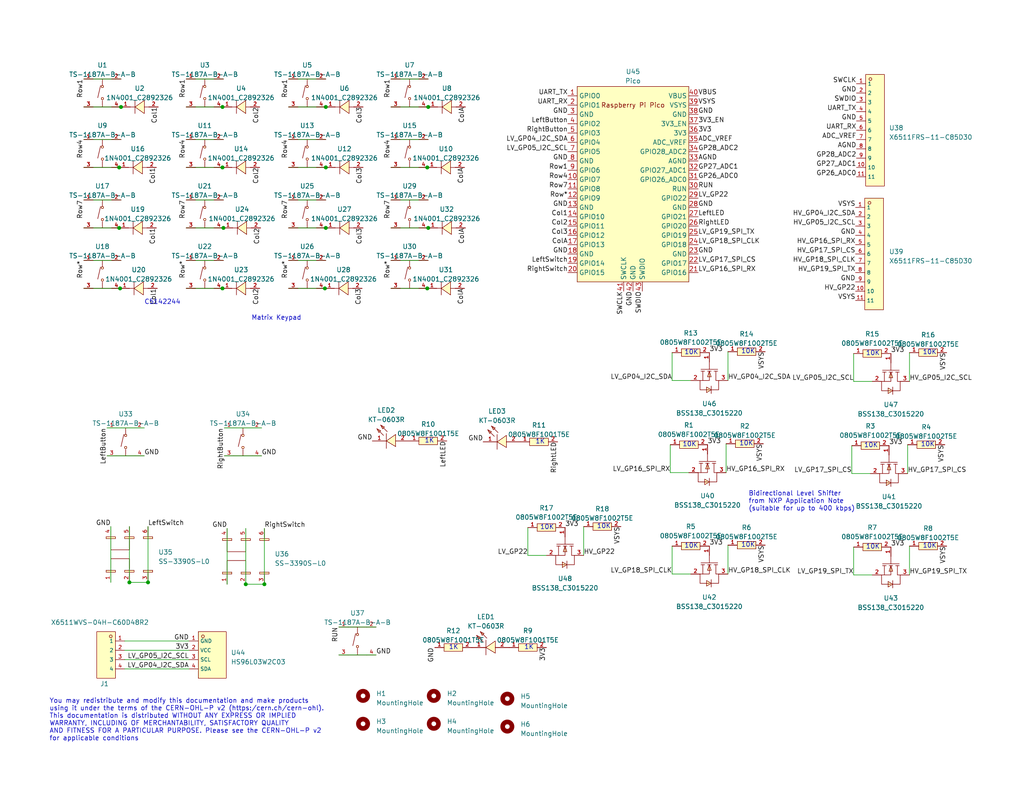
<source format=kicad_sch>
(kicad_sch (version 20230121) (generator eeschema)
  (paper "USLetter")
  (title_block (title "Cow Pi") (date "2023-09-29") (rev "mk4b") (comment 1 "This source describes Open Hardware and is licensed under the CERN-OHLP v2.") (comment 2 "Copyright (c) 2023 Christopher A. Bohn") (comment 3 "Display Module: I2C-controlled pre-packaged SSD13xx 128x64 OLED graphic display") (comment 4 "Microcontroller: Raspberry Pi Pico -- ADC/SWD/UART at 3.3V; other pins boosted to 5V"))
  (lib_symbols
    (symbol "0805W8F1001T5E:0805W8F1001T5E" (pin_names hide)
      (property "Reference" "R" (at 0 1.27 0))
      (property "Value" "0805W8F1001T5E" (at 0 -2.54 0))
      (symbol "0805W8F1001T5E_0_1"
        (pin input line (at -5.08 0 0) (length 2.54) (name "1") (number "1"))
        (pin input line (at 5.08 0 180) (length 2.54) (name "2") (number "2"))
      )
    )
    (symbol "0805W8F1002T5E:0805W8F1002T5E" (pin_names hide)
      (property "Reference" "R" (at 0 1.27 0))
      (property "Value" "0805W8F1002T5E" (at 0 -2.54 0))
      (symbol "0805W8F1002T5E_0_1"
        (pin input line (at -5.08 0 0) (length 2.54) (name "1") (number "1"))
        (pin input line (at 5.08 0 180) (length 2.54) (name "2") (number "2"))
      )
    )
    (symbol "1N4001_C2892326:1N4001_C2892326" (pin_names hide)
      (property "Reference" "U" (at 0 1.27 0))
      (property "Value" "1N4001_C2892326" (at 0 -2.54 0))
      (symbol "1N4001_C2892326_0_1"
        (pin unspecified line (at -5.08 0 0) (length 2.54) (name "K") (number "1"))
        (pin unspecified line (at 5.08 0 180) (length 2.54) (name "A") (number "2"))
      )
    )
    (symbol "BSS138_C3015220:BSS138_C3015220" (pin_names hide)
      (property "Reference" "U" (at 0 1.27 0))
      (property "Value" "BSS138_C3015220" (at 0 -2.54 0))
      (symbol "BSS138_C3015220_0_1"
        (pin unspecified line (at -7.62 0 0) (length 2.54) (name "G") (number "1"))
        (pin unspecified line (at 0 -5.08 90) (length 2.54) (name "S") (number "2"))
        (pin unspecified line (at 0 5.08 270) (length 2.54) (name "D") (number "3"))
      )
    )
    (symbol "HS96L03W2C03:HS96L03W2C03"
      (property "Reference" "U" (at 0 1.27 0))
      (property "Value" "HS96L03W2C03" (at 0 -2.54 0))
      (symbol "HS96L03W2C03_0_1"
        (pin unspecified line (at -6.35 3.81 0) (length 2.54) (name "GND") (number "1"))
        (pin unspecified line (at -6.35 1.27 0) (length 2.54) (name "VCC") (number "2"))
        (pin unspecified line (at -6.35 -1.27 0) (length 2.54) (name "SCL") (number "3"))
        (pin unspecified line (at -6.35 -3.81 0) (length 2.54) (name "SDA") (number "4"))
      )
    )
    (symbol "KT-0603R:KT-0603R" (pin_names hide)
      (property "Reference" "LED" (at 0 1.27 0))
      (property "Value" "KT-0603R" (at 0 -2.54 0))
      (symbol "KT-0603R_0_1"
        (pin unspecified line (at -5.08 0 0) (length 3.81) (name "K") (number "1"))
        (pin unspecified line (at 5.08 0 180) (length 3.81) (name "A") (number "2"))
      )
    )
    (symbol "MCU_RaspberryPi_and_Boards:Pico"
      (property "Reference" "U" (at -13.97 27.94 0))
      (property "Value" "Pico" (at 0 19.05 0))
      (symbol "Pico_0_0"
        (text "Raspberry Pi Pico" (at 0 21.59 0) (effects (font (size 1.27 1.27))))
      )
      (symbol "Pico_1_1"
        (pin bidirectional line (at -17.78 24.13 0) (length 2.54) (name "GPIO0") (number "1"))
        (pin bidirectional line (at -17.78 1.27 0) (length 2.54) (name "GPIO7") (number "10"))
        (pin bidirectional line (at -17.78 -1.27 0) (length 2.54) (name "GPIO8") (number "11"))
        (pin bidirectional line (at -17.78 -3.81 0) (length 2.54) (name "GPIO9") (number "12"))
        (pin power_in line (at -17.78 -6.35 0) (length 2.54) (name "GND") (number "13"))
        (pin bidirectional line (at -17.78 -8.89 0) (length 2.54) (name "GPIO10") (number "14"))
        (pin bidirectional line (at -17.78 -11.43 0) (length 2.54) (name "GPIO11") (number "15"))
        (pin bidirectional line (at -17.78 -13.97 0) (length 2.54) (name "GPIO12") (number "16"))
        (pin bidirectional line (at -17.78 -16.51 0) (length 2.54) (name "GPIO13") (number "17"))
        (pin power_in line (at -17.78 -19.05 0) (length 2.54) (name "GND") (number "18"))
        (pin bidirectional line (at -17.78 -21.59 0) (length 2.54) (name "GPIO14") (number "19"))
        (pin bidirectional line (at -17.78 21.59 0) (length 2.54) (name "GPIO1") (number "2"))
        (pin bidirectional line (at -17.78 -24.13 0) (length 2.54) (name "GPIO15") (number "20"))
        (pin bidirectional line (at 17.78 -24.13 180) (length 2.54) (name "GPIO16") (number "21"))
        (pin bidirectional line (at 17.78 -21.59 180) (length 2.54) (name "GPIO17") (number "22"))
        (pin power_in line (at 17.78 -19.05 180) (length 2.54) (name "GND") (number "23"))
        (pin bidirectional line (at 17.78 -16.51 180) (length 2.54) (name "GPIO18") (number "24"))
        (pin bidirectional line (at 17.78 -13.97 180) (length 2.54) (name "GPIO19") (number "25"))
        (pin bidirectional line (at 17.78 -11.43 180) (length 2.54) (name "GPIO20") (number "26"))
        (pin bidirectional line (at 17.78 -8.89 180) (length 2.54) (name "GPIO21") (number "27"))
        (pin power_in line (at 17.78 -6.35 180) (length 2.54) (name "GND") (number "28"))
        (pin bidirectional line (at 17.78 -3.81 180) (length 2.54) (name "GPIO22") (number "29"))
        (pin power_in line (at -17.78 19.05 0) (length 2.54) (name "GND") (number "3"))
        (pin input line (at 17.78 -1.27 180) (length 2.54) (name "RUN") (number "30"))
        (pin bidirectional line (at 17.78 1.27 180) (length 2.54) (name "GPIO26_ADC0") (number "31"))
        (pin bidirectional line (at 17.78 3.81 180) (length 2.54) (name "GPIO27_ADC1") (number "32"))
        (pin power_in line (at 17.78 6.35 180) (length 2.54) (name "AGND") (number "33"))
        (pin bidirectional line (at 17.78 8.89 180) (length 2.54) (name "GPIO28_ADC2") (number "34"))
        (pin power_in line (at 17.78 11.43 180) (length 2.54) (name "ADC_VREF") (number "35"))
        (pin power_in line (at 17.78 13.97 180) (length 2.54) (name "3V3") (number "36"))
        (pin input line (at 17.78 16.51 180) (length 2.54) (name "3V3_EN") (number "37"))
        (pin bidirectional line (at 17.78 19.05 180) (length 2.54) (name "GND") (number "38"))
        (pin power_in line (at 17.78 21.59 180) (length 2.54) (name "VSYS") (number "39"))
        (pin bidirectional line (at -17.78 16.51 0) (length 2.54) (name "GPIO2") (number "4"))
        (pin power_in line (at 17.78 24.13 180) (length 2.54) (name "VBUS") (number "40"))
        (pin input line (at -2.54 -29.21 90) (length 2.54) (name "SWCLK") (number "41"))
        (pin power_in line (at 0 -29.21 90) (length 2.54) (name "GND") (number "42"))
        (pin bidirectional line (at 2.54 -29.21 90) (length 2.54) (name "SWDIO") (number "43"))
        (pin bidirectional line (at -17.78 13.97 0) (length 2.54) (name "GPIO3") (number "5"))
        (pin bidirectional line (at -17.78 11.43 0) (length 2.54) (name "GPIO4") (number "6"))
        (pin bidirectional line (at -17.78 8.89 0) (length 2.54) (name "GPIO5") (number "7"))
        (pin power_in line (at -17.78 6.35 0) (length 2.54) (name "GND") (number "8"))
        (pin bidirectional line (at -17.78 3.81 0) (length 2.54) (name "GPIO6") (number "9"))
      )
    )
    (symbol "Mechanical:MountingHole" (pin_names (offset 1.016))
      (property "Reference" "H" (at 0 5.08 0))
      (property "Value" "MountingHole" (at 0 3.175 0))
    )
    (symbol "SS-3390S-L0:SS-3390S-L0" (pin_names hide)
      (property "Reference" "U" (at 0 1.27 0))
      (property "Value" "SS-3390S-L0" (at 0 -2.54 0))
      (symbol "SS-3390S-L0_0_1"
        (pin unspecified line (at -5.08 -7.62 90) (length 2.54) (name "1") (number "1"))
        (pin unspecified line (at 0 -7.62 90) (length 2.54) (name "2") (number "2"))
        (pin unspecified line (at 5.08 -7.62 90) (length 2.54) (name "3") (number "3"))
        (pin unspecified line (at -5.08 7.62 270) (length 2.54) (name "4") (number "4"))
        (pin unspecified line (at 0 7.62 270) (length 2.54) (name "5") (number "5"))
        (pin unspecified line (at 5.08 7.62 270) (length 2.54) (name "6") (number "6"))
      )
    )
    (symbol "TS-1187A-B-A-B:TS-1187A-B-A-B" (pin_names hide)
      (property "Reference" "U" (at 0 1.27 0))
      (property "Value" "TS-1187A-B-A-B" (at 0 -2.54 0))
      (symbol "TS-1187A-B-A-B_0_1"
        (pin unspecified line (at -5.08 2.54 0) (length 2.54) (name "A") (number "1"))
        (pin unspecified line (at 5.08 2.54 180) (length 2.54) (name "B") (number "2"))
        (pin unspecified line (at -5.08 -5.08 0) (length 2.54) (name "C") (number "3"))
        (pin unspecified line (at 5.08 -5.08 180) (length 2.54) (name "D") (number "4"))
      )
    )
    (symbol "X6511FRS-11-C85D30:X6511FRS-11-C85D30"
      (property "Reference" "U" (at 0 1.27 0))
      (property "Value" "X6511FRS-11-C85D30" (at 0 -2.54 0))
      (symbol "X6511FRS-11-C85D30_0_1"
        (pin unspecified line (at -5.08 12.7 0) (length 2.54) (name "1") (number "1"))
        (pin unspecified line (at -5.08 -10.16 0) (length 2.54) (name "10") (number "10"))
        (pin unspecified line (at -5.08 -12.7 0) (length 2.54) (name "11") (number "11"))
        (pin unspecified line (at -5.08 10.16 0) (length 2.54) (name "2") (number "2"))
        (pin unspecified line (at -5.08 7.62 0) (length 2.54) (name "3") (number "3"))
        (pin unspecified line (at -5.08 5.08 0) (length 2.54) (name "4") (number "4"))
        (pin unspecified line (at -5.08 2.54 0) (length 2.54) (name "5") (number "5"))
        (pin unspecified line (at -5.08 0 0) (length 2.54) (name "6") (number "6"))
        (pin unspecified line (at -5.08 -2.54 0) (length 2.54) (name "7") (number "7"))
        (pin unspecified line (at -5.08 -5.08 0) (length 2.54) (name "8") (number "8"))
        (pin unspecified line (at -5.08 -7.62 0) (length 2.54) (name "9") (number "9"))
      )
    )
    (symbol "X6511WVS-04H-C60D48R2:X6511WVS-04H-C60D48R2"
      (property "Reference" "U" (at 0 1.27 0))
      (property "Value" "X6511WVS-04H-C60D48R2" (at 0 -2.54 0))
      (symbol "X6511WVS-04H-C60D48R2_0_1"
        (pin unspecified line (at -5.08 3.81 0) (length 2.54) (name "1") (number "1"))
        (pin unspecified line (at -5.08 1.27 0) (length 2.54) (name "2") (number "2"))
        (pin unspecified line (at -5.08 -1.27 0) (length 2.54) (name "3") (number "3"))
        (pin unspecified line (at -5.08 -3.81 0) (length 2.54) (name "4") (number "4"))
      )
    )
  )
  (junction (at 33.02 29.21))
  (junction (at 116.586 45.72))
  (junction (at 60.706 45.72))
  (junction (at 116.586 78.74))
  (junction (at 60.706 78.74))
  (junction (at 32.512 45.72))
  (junction (at 35.306 159.004))
  (junction (at 88.9 62.23))
  (junction (at 67.056 159.512))
  (junction (at 32.512 62.23))
  (junction (at 72.136 159.512))
  (junction (at 60.96 62.23))
  (junction (at 116.84 29.21))
  (junction (at 60.706 29.21))
  (junction (at 32.766 78.74))
  (junction (at 88.9 29.21))
  (junction (at 116.84 62.23))
  (junction (at 88.9 45.72))
  (junction (at 40.386 159.004))
  (junction (at 88.646 78.74))
  (wire (pts (xy 144.018 144.018) (xy 144.018 151.638)))
  (wire (pts (xy 88.646 78.74) (xy 88.9 78.74)))
  (wire (pts (xy 187.96 129.032) (xy 182.88 129.032)))
  (wire (pts (xy 237.998 156.972) (xy 232.918 156.972)))
  (wire (pts (xy 106.68 62.23) (xy 116.84 62.23)))
  (wire (pts (xy 29.21 116.84) (xy 39.37 116.84)))
  (wire (pts (xy 35.306 143.764) (xy 35.306 159.004)))
  (wire (pts (xy 50.8 62.23) (xy 60.96 62.23)))
  (wire (pts (xy 67.056 159.512) (xy 72.136 159.512)))
  (wire (pts (xy 92.456 178.816) (xy 102.616 178.816)))
  (wire (pts (xy 22.86 21.59) (xy 33.02 21.59)))
  (wire (pts (xy 237.49 129.286) (xy 232.41 129.286)))
  (wire (pts (xy 61.976 144.272) (xy 61.976 159.512)))
  (wire (pts (xy 35.306 159.004) (xy 40.386 159.004)))
  (wire (pts (xy 106.68 45.72) (xy 116.586 45.72)))
  (wire (pts (xy 29.21 124.46) (xy 39.37 124.46)))
  (wire (pts (xy 232.41 121.666) (xy 232.41 129.286)))
  (wire (pts (xy 30.226 143.764) (xy 30.226 159.004)))
  (wire (pts (xy 106.68 29.21) (xy 116.84 29.21)))
  (wire (pts (xy 106.68 71.12) (xy 116.84 71.12)))
  (wire (pts (xy 188.468 103.886) (xy 183.388 103.886)))
  (wire (pts (xy 232.918 149.352) (xy 232.918 156.972)))
  (wire (pts (xy 78.74 29.21) (xy 88.9 29.21)))
  (wire (pts (xy 92.456 171.196) (xy 102.616 171.196)))
  (wire (pts (xy 67.056 144.272) (xy 67.056 159.512)))
  (wire (pts (xy 34.036 175.006) (xy 51.562 175.006)))
  (wire (pts (xy 183.388 96.266) (xy 183.388 103.886)))
  (wire (pts (xy 32.512 62.23) (xy 33.02 62.23)))
  (wire (pts (xy 183.388 149.098) (xy 183.388 156.718)))
  (wire (pts (xy 22.86 29.21) (xy 33.02 29.21)))
  (wire (pts (xy 116.586 45.72) (xy 116.84 45.72)))
  (wire (pts (xy 60.706 45.72) (xy 60.96 45.72)))
  (wire (pts (xy 78.74 71.12) (xy 88.9 71.12)))
  (wire (pts (xy 188.468 156.718) (xy 183.388 156.718)))
  (wire (pts (xy 106.68 38.1) (xy 116.84 38.1)))
  (wire (pts (xy 22.86 54.61) (xy 33.02 54.61)))
  (wire (pts (xy 198.628 148.844) (xy 198.628 156.718)))
  (wire (pts (xy 78.74 38.1) (xy 88.9 38.1)))
  (wire (pts (xy 34.036 180.086) (xy 51.562 180.086)))
  (wire (pts (xy 22.86 62.23) (xy 32.512 62.23)))
  (wire (pts (xy 50.8 78.74) (xy 60.706 78.74)))
  (wire (pts (xy 50.8 21.59) (xy 60.96 21.59)))
  (wire (pts (xy 61.214 116.84) (xy 71.374 116.84)))
  (wire (pts (xy 40.386 143.764) (xy 40.386 159.004)))
  (wire (pts (xy 78.74 45.72) (xy 88.9 45.72)))
  (wire (pts (xy 106.68 21.59) (xy 116.84 21.59)))
  (wire (pts (xy 106.68 54.61) (xy 116.84 54.61)))
  (wire (pts (xy 247.65 121.412) (xy 247.65 129.286)))
  (wire (pts (xy 22.86 71.12) (xy 33.02 71.12)))
  (wire (pts (xy 248.158 96.266) (xy 248.158 104.14)))
  (wire (pts (xy 149.098 151.638) (xy 144.018 151.638)))
  (wire (pts (xy 116.586 78.74) (xy 116.84 78.74)))
  (wire (pts (xy 60.706 78.74) (xy 60.96 78.74)))
  (wire (pts (xy 32.512 45.72) (xy 33.02 45.72)))
  (wire (pts (xy 78.74 62.23) (xy 88.9 62.23)))
  (wire (pts (xy 182.88 121.412) (xy 182.88 129.032)))
  (wire (pts (xy 50.8 45.72) (xy 60.706 45.72)))
  (wire (pts (xy 198.628 96.012) (xy 198.628 103.886)))
  (wire (pts (xy 22.86 38.1) (xy 33.02 38.1)))
  (wire (pts (xy 50.8 71.12) (xy 60.96 71.12)))
  (wire (pts (xy 22.86 78.74) (xy 32.766 78.74)))
  (wire (pts (xy 22.86 45.72) (xy 32.512 45.72)))
  (wire (pts (xy 159.258 143.764) (xy 159.258 151.638)))
  (wire (pts (xy 78.74 54.61) (xy 88.9 54.61)))
  (wire (pts (xy 34.036 177.546) (xy 51.562 177.546)))
  (wire (pts (xy 34.036 182.626) (xy 51.562 182.626)))
  (wire (pts (xy 61.214 124.46) (xy 71.374 124.46)))
  (wire (pts (xy 50.8 29.21) (xy 60.706 29.21)))
  (wire (pts (xy 198.12 121.158) (xy 198.12 129.032)))
  (wire (pts (xy 60.706 29.21) (xy 60.96 29.21)))
  (wire (pts (xy 106.68 78.74) (xy 116.586 78.74)))
  (wire (pts (xy 248.158 149.098) (xy 248.158 156.972)))
  (wire (pts (xy 78.74 21.59) (xy 88.9 21.59)))
  (wire (pts (xy 50.8 38.1) (xy 60.96 38.1)))
  (wire (pts (xy 50.8 54.61) (xy 60.96 54.61)))
  (wire (pts (xy 78.74 78.74) (xy 88.646 78.74)))
  (wire (pts (xy 232.918 96.52) (xy 232.918 104.14)))
  (wire (pts (xy 72.136 144.272) (xy 72.136 159.512)))
  (wire (pts (xy 237.998 104.14) (xy 232.918 104.14)))
  (wire (pts (xy 32.766 78.74) (xy 33.02 78.74)))
  (text "10K" (at 186.69 149.86 0) (effects (font (size 1.27 1.27)) (justify left bottom)))
  (text "10K" (at 162.814 144.526 0) (effects (font (size 1.27 1.27)) (justify left bottom)))
  (text "10K" (at 202.184 149.606 0) (effects (font (size 1.27 1.27)) (justify left bottom)))
  (text "10K" (at 147.32 144.78 0) (effects (font (size 1.27 1.27)) (justify left bottom)))
  (text "You may redistribute and modify this documentation and make products\nusing it under the terms of the CERN-OHL-P v2 (https:/cern.ch/cern-ohl).\nThis documentation is distributed WITHOUT ANY EXPRESS OR IMPLIED\nWARRANTY, INCLUDING OF MERCHANTABILITY, SATISFACTORY QUALITY\nAND FITNESS FOR A PARTICULAR PURPOSE. Please see the CERN-OHL-P v2\nfor applicable conditions" (at 13.462 202.438 0) (effects (font (size 1.27 1.27)) (justify left bottom)))
  (text "10K" (at 236.22 97.282 0) (effects (font (size 1.27 1.27)) (justify left bottom)))
  (text "10K" (at 186.69 97.028 0) (effects (font (size 1.27 1.27)) (justify left bottom)))
  (text "10K" (at 202.184 96.774 0) (effects (font (size 1.27 1.27)) (justify left bottom)))
  (text "C5142244" (at 39.37 83.312 0) (effects (font (size 1.27 1.27)) (justify left bottom)))
  (text "10K" (at 251.206 122.174 0) (effects (font (size 1.27 1.27)) (justify left bottom)))
  (text "10K" (at 186.182 122.174 0) (effects (font (size 1.27 1.27)) (justify left bottom)))
  (text "10K" (at 201.676 121.92 0) (effects (font (size 1.27 1.27)) (justify left bottom)))
  (text "1K" (at 143.002 177.546 0) (effects (font (size 1.27 1.27)) (justify left bottom)))
  (text "10K" (at 236.22 150.114 0) (effects (font (size 1.27 1.27)) (justify left bottom)))
  (text "10K" (at 251.714 149.86 0) (effects (font (size 1.27 1.27)) (justify left bottom)))
  (text "1K" (at 115.824 121.158 0) (effects (font (size 1.27 1.27)) (justify left bottom)))
  (text "1K" (at 122.428 177.546 0) (effects (font (size 1.27 1.27)) (justify left bottom)))
  (text "10K" (at 251.714 97.028 0) (effects (font (size 1.27 1.27)) (justify left bottom)))
  (text "Bidirectional Level Shifter\nfrom NXP Application Note\n(suitable for up to 400 kbps)" (at 204.216 139.7 0) (effects (font (size 1.27 1.27)) (justify left bottom)))
  (text "Matrix Keypad" (at 68.58 87.63 0) (effects (font (size 1.27 1.27)) (justify left bottom)))
  (text "1K" (at 146.05 121.412 0) (effects (font (size 1.27 1.27)) (justify left bottom)))
  (text "10K" (at 235.712 122.428 0) (effects (font (size 1.27 1.27)) (justify left bottom)))
  (label "GP26_ADC0" (at 233.68 48.26 180))
  (label "Row1" (at 22.86 21.59 270))
  (label "LeftLED" (at 121.92 120.396 270))
  (label "Row1" (at 154.94 46.482 180))
  (label "Row1" (at 78.74 21.59 270))
  (label "RUN" (at 190.5 51.562 0))
  (label "GND" (at 101.6 120.396 180))
  (label "GND" (at 190.5 69.342 0))
  (label "RightSwitch" (at 154.94 74.422 180))
  (label "HV_GP22" (at 233.426 79.502 180))
  (label "LeftLED" (at 190.5 59.182 0))
  (label "3V3_EN" (at 190.5 33.782 0))
  (label "RightLED" (at 190.5 61.722 0))
  (label "Row1" (at 50.8 21.59 270))
  (label "Row7" (at 22.86 54.61 270))
  (label "HV_GP18_SPI_CLK" (at 233.426 71.882 180))
  (label "GND" (at 172.72 79.502 270))
  (label "UART_RX" (at 154.94 28.702 180))
  (label "ADC_VREF" (at 233.68 38.1 180))
  (label "ColA" (at 126.746 78.74 270))
  (label "LV_GP19_SPI_TX" (at 232.918 156.972 180))
  (label "Row7" (at 78.74 54.61 270))
  (label "VBUS" (at 190.5 26.162 0))
  (label "LV_GP05_I2C_SCL" (at 232.918 104.14 180))
  (label "GP27_ADC1" (at 233.68 45.72 180))
  (label "SWDIO" (at 233.68 27.94 180))
  (label "HV_GP04_I2C_SDA" (at 233.426 59.182 180))
  (label "GP27_ADC1" (at 190.5 46.482 0))
  (label "Col1" (at 42.672 62.23 270))
  (label "GND" (at 102.616 178.816 0))
  (label "RUN" (at 92.456 171.196 270))
  (label "Row*" (at 78.74 71.12 270))
  (label "HV_GP17_SPI_CS" (at 233.426 69.342 180))
  (label "LeftButton" (at 154.94 33.782 180))
  (label "LV_GP04_I2C_SDA" (at 183.388 103.886 180))
  (label "Col1" (at 42.672 45.72 270))
  (label "GND" (at 233.426 76.962 180))
  (label "VSYS" (at 258.318 96.266 270))
  (label "UART_RX" (at 233.68 35.56 180))
  (label "HV_GP22" (at 159.258 151.638 0))
  (label "Row4" (at 50.8 38.1 270))
  (label "SWCLK" (at 170.18 79.502 270))
  (label "RightButton" (at 154.94 36.322 180))
  (label "GND" (at 154.94 69.342 180))
  (label "3V3" (at 243.078 96.52 0))
  (label "3V3" (at 51.562 177.546 180))
  (label "HV_GP16_SPI_RX" (at 198.12 129.032 0))
  (label "HV_GP18_SPI_CLK" (at 198.628 156.718 0))
  (label "Row*" (at 154.94 54.102 180))
  (label "HV_GP04_I2C_SDA" (at 198.628 103.886 0))
  (label "GND" (at 71.374 124.46 0))
  (label "Row*" (at 106.68 71.12 270))
  (label "3V3" (at 149.098 176.784 270))
  (label "Row*" (at 50.8 71.12 270))
  (label "VSYS" (at 208.788 148.844 270))
  (label "Col2" (at 71.12 62.23 270))
  (label "LV_GP05_I2C_SCL" (at 154.94 41.402 180))
  (label "ADC_VREF" (at 190.5 38.862 0))
  (label "RightLED" (at 152.146 120.65 270))
  (label "Col2" (at 154.94 61.722 180))
  (label "SWCLK" (at 233.68 22.86 180))
  (label "3V3" (at 193.548 96.266 0))
  (label "Col2" (at 70.866 29.21 270))
  (label "Row7" (at 50.8 54.61 270))
  (label "ColA" (at 127 29.21 270))
  (label "LV_GP17_SPI_CS" (at 232.41 129.286 180))
  (label "Col3" (at 154.94 64.262 180))
  (label "GND" (at 233.68 25.4 180))
  (label "UART_TX" (at 233.68 30.48 180))
  (label "Row4" (at 106.68 38.1 270))
  (label "Row4" (at 78.74 38.1 270))
  (label "Row1" (at 106.68 21.59 270))
  (label "VSYS" (at 208.788 96.012 270))
  (label "Col1" (at 42.926 78.74 270))
  (label "LeftButton" (at 29.21 116.84 270))
  (label "VSYS" (at 208.28 121.158 270))
  (label "3V3" (at 190.5 36.322 0))
  (label "HV_GP16_SPI_RX" (at 233.426 66.802 180))
  (label "GND" (at 131.826 120.65 180))
  (label "GND" (at 154.94 31.242 180))
  (label "Row7" (at 154.94 51.562 180))
  (label "LV_GP04_I2C_SDA" (at 51.562 182.626 180))
  (label "SWDIO" (at 175.26 79.502 270))
  (label "3V3" (at 243.078 149.352 0))
  (label "GND" (at 39.37 124.46 0))
  (label "LeftSwitch" (at 40.386 143.764 0))
  (label "UART_TX" (at 154.94 26.162 180))
  (label "HV_GP19_SPI_TX" (at 248.158 156.972 0))
  (label "GND" (at 154.94 56.642 180))
  (label "RightButton" (at 61.214 116.84 270))
  (label "Col3" (at 99.06 45.72 270))
  (label "GND" (at 190.5 56.642 0))
  (label "LV_GP16_SPI_RX" (at 190.5 74.422 0))
  (label "AGND" (at 190.5 43.942 0))
  (label "HV_GP05_I2C_SCL" (at 248.158 104.14 0))
  (label "VSYS" (at 169.418 143.764 270))
  (label "Col3" (at 99.06 29.21 270))
  (label "VSYS" (at 233.426 82.042 180))
  (label "LV_GP18_SPI_CLK" (at 190.5 66.802 0))
  (label "Row*" (at 22.86 71.12 270))
  (label "GND" (at 118.618 176.784 270))
  (label "Col2" (at 70.866 78.74 270))
  (label "GND" (at 154.94 43.942 180))
  (label "3V3" (at 242.57 121.666 0))
  (label "Row7" (at 106.68 54.61 270))
  (label "ColA" (at 154.94 66.802 180))
  (label "Col1" (at 154.94 59.182 180))
  (label "LV_GP18_SPI_CLK" (at 183.388 156.718 180))
  (label "HV_GP19_SPI_TX" (at 233.426 74.422 180))
  (label "VSYS" (at 233.426 56.642 180))
  (label "GND" (at 190.5 31.242 0))
  (label "LeftSwitch" (at 154.94 71.882 180))
  (label "VSYS" (at 258.318 149.098 270))
  (label "GND" (at 30.226 143.764 180))
  (label "GP28_ADC2" (at 190.5 41.402 0))
  (label "GP26_ADC0" (at 190.5 49.022 0))
  (label "Col1" (at 43.18 29.21 270))
  (label "3V3" (at 154.178 144.018 0))
  (label "GND" (at 233.426 64.262 180))
  (label "LV_GP04_I2C_SDA" (at 154.94 38.862 180))
  (label "VSYS" (at 257.81 121.412 270))
  (label "ColA" (at 127 62.23 270))
  (label "3V3" (at 193.548 149.098 0))
  (label "GP28_ADC2" (at 233.68 43.18 180))
  (label "RightSwitch" (at 72.136 144.272 0))
  (label "HV_GP17_SPI_CS" (at 247.65 129.286 0))
  (label "Col3" (at 99.06 62.23 270))
  (label "3V3" (at 193.04 121.412 0))
  (label "LV_GP22" (at 144.018 151.638 180))
  (label "VSYS" (at 190.5 28.702 0))
  (label "Col2" (at 70.866 45.72 270))
  (label "LV_GP16_SPI_RX" (at 182.88 129.032 180))
  (label "LV_GP22" (at 190.5 54.102 0))
  (label "Row4" (at 22.86 38.1 270))
  (label "Row4" (at 154.94 49.022 180))
  (label "HV_GP05_I2C_SCL" (at 233.426 61.722 180))
  (label "AGND" (at 233.68 40.64 180))
  (label "LV_GP05_I2C_SCL" (at 51.562 180.086 180))
  (label "Col3" (at 98.806 78.74 270))
  (label "ColA" (at 126.746 45.72 270))
  (label "GND" (at 61.976 144.272 180))
  (label "LV_GP17_SPI_CS" (at 190.5 71.882 0))
  (label "LV_GP19_SPI_TX" (at 190.5 64.262 0))
  (label "GND" (at 233.68 33.02 180))
  (label "GND" (at 51.562 175.006 180))
  (symbol (lib_id "BSS138_C3015220:BSS138_C3015220") (at 193.548 103.886 270) (unit 1)
    (property "Reference" "U46" (at 193.548 110.236 90))
    (property "Value" "BSS138_C3015220" (at 193.548 112.776 90))
    (property "Footprint" "footprint:SOT-23-3_L2.9-W1.3-P1.90-LS2.4-BR-1" (effects hide))
    (property "Datasheet" "https://www.diodes.com/assets/Package-Files/SOT23.pdf" (effects hide))
    (property "LCSC" "C3015220" (effects hide))
  )
  (symbol (lib_id "BSS138_C3015220:BSS138_C3015220") (at 193.04 129.032 270) (unit 1)
    (property "Reference" "U40" (at 193.04 135.382 90))
    (property "Value" "BSS138_C3015220" (at 193.04 137.922 90))
    (property "Footprint" "footprint:SOT-23-3_L2.9-W1.3-P1.90-LS2.4-BR-1" (effects hide))
    (property "Datasheet" "https://www.diodes.com/assets/Package-Files/SOT23.pdf" (effects hide))
    (property "LCSC" "C3015220" (effects hide))
  )
  (symbol (lib_id "1N4001_C2892326:1N4001_C2892326") (at 65.786 29.21 0) (unit 1)
    (property "Reference" "U4" (at 65.786 24.13 0))
    (property "Value" "1N4001_C2892326" (at 65.786 26.67 0))
    (property "Footprint" "footprint:SOD-123FL_L2.8-W1.8-LS3.7-RD" (effects hide))
    (property "Datasheet" "https://atta.szlcsc.com/upload/public/pdf/source/20200828/C727068_03908989ABFAACA97C2BC5AF2D6316E6.pdf" (effects hide))
    (property "LCSC" "C2892326" (effects hide))
  )
  (symbol (lib_id "0805W8F1002T5E:0805W8F1002T5E") (at 253.238 96.266 0) (unit 1)
    (property "Reference" "R16" (at 253.238 91.44 0))
    (property "Value" "0805W8F1002T5E" (at 253.238 93.98 0))
    (property "Footprint" "footprint:R0805" (effects hide))
    (property "Datasheet" "https://item.szlcsc.com/142685.html" (effects hide))
    (property "LCSC" "C17414" (effects hide))
  )
  (symbol (lib_id "0805W8F1002T5E:0805W8F1002T5E") (at 203.2 121.158 0) (unit 1)
    (property "Reference" "R2" (at 203.2 116.332 0))
    (property "Value" "0805W8F1002T5E" (at 203.2 118.872 0))
    (property "Footprint" "footprint:R0805" (effects hide))
    (property "Datasheet" "https://item.szlcsc.com/142685.html" (effects hide))
    (property "LCSC" "C17414" (effects hide))
  )
  (symbol (lib_id "TS-1187A-B-A-B:TS-1187A-B-A-B") (at 111.76 40.64 0) (unit 1)
    (property "Reference" "U15" (at 111.76 34.29 0))
    (property "Value" "TS-1187A-B-A-B" (at 111.76 36.83 0))
    (property "Footprint" "footprint:SW-SMD_4P-L5.1-W5.1-P3.70-LS6.5-TL-2" (effects hide))
    (property "Datasheet" "https://item.szlcsc.com/300285.html" (effects hide))
    (property "LCSC" "C318884" (effects hide))
  )
  (symbol (lib_id "1N4001_C2892326:1N4001_C2892326") (at 37.592 45.72 0) (unit 1)
    (property "Reference" "U16" (at 37.592 40.64 0))
    (property "Value" "1N4001_C2892326" (at 37.592 43.18 0))
    (property "Footprint" "footprint:SOD-123FL_L2.8-W1.8-LS3.7-RD" (effects hide))
    (property "Datasheet" "https://atta.szlcsc.com/upload/public/pdf/source/20200828/C727068_03908989ABFAACA97C2BC5AF2D6316E6.pdf" (effects hide))
    (property "LCSC" "C2892326" (effects hide))
  )
  (symbol (lib_id "0805W8F1002T5E:0805W8F1002T5E") (at 203.708 148.844 0) (unit 1)
    (property "Reference" "R6" (at 203.708 144.018 0))
    (property "Value" "0805W8F1002T5E" (at 203.708 146.558 0))
    (property "Footprint" "footprint:R0805" (effects hide))
    (property "Datasheet" "https://item.szlcsc.com/142685.html" (effects hide))
    (property "LCSC" "C17414" (effects hide))
  )
  (symbol (lib_id "0805W8F1002T5E:0805W8F1002T5E") (at 203.708 96.012 0) (unit 1)
    (property "Reference" "R14" (at 203.708 91.186 0))
    (property "Value" "0805W8F1002T5E" (at 203.708 93.726 0))
    (property "Footprint" "footprint:R0805" (effects hide))
    (property "Datasheet" "https://item.szlcsc.com/142685.html" (effects hide))
    (property "LCSC" "C17414" (effects hide))
  )
  (symbol (lib_id "0805W8F1002T5E:0805W8F1002T5E") (at 188.468 149.098 0) (unit 1)
    (property "Reference" "R5" (at 188.468 143.764 0))
    (property "Value" "0805W8F1002T5E" (at 188.468 146.304 0))
    (property "Footprint" "footprint:R0805" (effects hide))
    (property "Datasheet" "https://item.szlcsc.com/142685.html" (effects hide))
    (property "LCSC" "C17414" (effects hide))
  )
  (symbol (lib_id "TS-1187A-B-A-B:TS-1187A-B-A-B") (at 34.29 119.38 0) (unit 1)
    (property "Reference" "U33" (at 34.29 113.03 0))
    (property "Value" "TS-1187A-B-A-B" (at 34.29 115.57 0))
    (property "Footprint" "footprint:SW-SMD_4P-L5.1-W5.1-P3.70-LS6.5-TL-2" (effects hide))
    (property "Datasheet" "https://item.szlcsc.com/300285.html" (effects hide))
    (property "LCSC" "C318884" (effects hide))
  )
  (symbol (lib_id "X6511FRS-11-C85D30:X6511FRS-11-C85D30") (at 238.76 35.56 0) (unit 1)
    (property "Reference" "U38" (at 242.57 34.925 0) (effects (justify left)))
    (property "Value" "X6511FRS-11-C85D30" (at 242.57 37.465 0) (effects (justify left)))
    (property "Footprint" "footprint:HDR-SMD_11P-P2.54-H-F-L11.5" (effects hide))
    (property "Datasheet" "https://atta.szlcsc.com/upload/public/pdf/source/20220822/AB9A82E80C220285963E5EFA3BFD32FF.pdf" (effects hide))
    (property "LCSC" "C5142244" (effects hide))
  )
  (symbol (lib_id "BSS138_C3015220:BSS138_C3015220") (at 193.548 156.718 270) (unit 1)
    (property "Reference" "U42" (at 193.548 163.068 90))
    (property "Value" "BSS138_C3015220" (at 193.548 165.608 90))
    (property "Footprint" "footprint:SOT-23-3_L2.9-W1.3-P1.90-LS2.4-BR-1" (effects hide))
    (property "Datasheet" "https://www.diodes.com/assets/Package-Files/SOT23.pdf" (effects hide))
    (property "LCSC" "C3015220" (effects hide))
  )
  (symbol (lib_id "BSS138_C3015220:BSS138_C3015220") (at 243.078 104.14 270) (unit 1)
    (property "Reference" "U47" (at 243.078 110.49 90))
    (property "Value" "BSS138_C3015220" (at 243.078 113.03 90))
    (property "Footprint" "footprint:SOT-23-3_L2.9-W1.3-P1.90-LS2.4-BR-1" (effects hide))
    (property "Datasheet" "https://www.diodes.com/assets/Package-Files/SOT23.pdf" (effects hide))
    (property "LCSC" "C3015220" (effects hide))
  )
  (symbol (lib_id "0805W8F1002T5E:0805W8F1002T5E") (at 187.96 121.412 0) (unit 1)
    (property "Reference" "R1" (at 187.96 116.078 0))
    (property "Value" "0805W8F1002T5E" (at 187.96 118.618 0))
    (property "Footprint" "footprint:R0805" (effects hide))
    (property "Datasheet" "https://item.szlcsc.com/142685.html" (effects hide))
    (property "LCSC" "C17414" (effects hide))
  )
  (symbol (lib_id "1N4001_C2892326:1N4001_C2892326") (at 93.98 29.21 0) (unit 1)
    (property "Reference" "U6" (at 93.98 24.13 0))
    (property "Value" "1N4001_C2892326" (at 93.98 26.67 0))
    (property "Footprint" "footprint:SOD-123FL_L2.8-W1.8-LS3.7-RD" (effects hide))
    (property "Datasheet" "https://atta.szlcsc.com/upload/public/pdf/source/20200828/C727068_03908989ABFAACA97C2BC5AF2D6316E6.pdf" (effects hide))
    (property "LCSC" "C2892326" (effects hide))
  )
  (symbol (lib_id "TS-1187A-B-A-B:TS-1187A-B-A-B") (at 66.294 119.38 0) (unit 1)
    (property "Reference" "U34" (at 66.294 113.03 0))
    (property "Value" "TS-1187A-B-A-B" (at 66.294 115.57 0))
    (property "Footprint" "footprint:SW-SMD_4P-L5.1-W5.1-P3.70-LS6.5-TL-2" (effects hide))
    (property "Datasheet" "https://item.szlcsc.com/300285.html" (effects hide))
    (property "LCSC" "C318884" (effects hide))
  )
  (symbol (lib_id "0805W8F1002T5E:0805W8F1002T5E") (at 252.73 121.412 0) (unit 1)
    (property "Reference" "R4" (at 252.73 116.586 0))
    (property "Value" "0805W8F1002T5E" (at 252.73 119.126 0))
    (property "Footprint" "footprint:R0805" (effects hide))
    (property "Datasheet" "https://item.szlcsc.com/142685.html" (effects hide))
    (property "LCSC" "C17414" (effects hide))
  )
  (symbol (lib_id "0805W8F1001T5E:0805W8F1001T5E") (at 144.018 176.784 0) (unit 1)
    (property "Reference" "R9" (at 144.018 172.212 0))
    (property "Value" "0805W8F1001T5E" (at 144.018 174.752 0))
    (property "Footprint" "footprint:R0805" (effects hide))
    (property "Datasheet" "https://item.szlcsc.com/142685.html" (effects hide))
    (property "LCSC" "C17513" (effects hide))
  )
  (symbol (lib_id "X6511WVS-04H-C60D48R2:X6511WVS-04H-C60D48R2") (at 28.956 178.816 0) (mirror y) (unit 1)
    (property "Reference" "J1" (at 29.718 186.69 0) (effects (justify left)))
    (property "Value" "X6511WVS-04H-C60D48R2" (at 40.64 169.926 0) (effects (justify left)))
    (property "Footprint" "footprint:HDR-SMD_4P-P2.54-V-M-LS4.8_R2" (effects hide))
    (property "Datasheet" "https://atta.szlcsc.com/upload/public/pdf/source/20200909/C780060_F941EB1B69F43B5D6329EAF74E2E27BB.pdf" (effects hide))
    (property "LCSC" "C2883761" (effects hide))
  )
  (symbol (lib_id "1N4001_C2892326:1N4001_C2892326") (at 93.98 62.23 0) (unit 1)
    (property "Reference" "U27" (at 93.98 57.15 0))
    (property "Value" "1N4001_C2892326" (at 93.98 59.69 0))
    (property "Footprint" "footprint:SOD-123FL_L2.8-W1.8-LS3.7-RD" (effects hide))
    (property "Datasheet" "https://atta.szlcsc.com/upload/public/pdf/source/20200828/C727068_03908989ABFAACA97C2BC5AF2D6316E6.pdf" (effects hide))
    (property "LCSC" "C2892326" (effects hide))
  )
  (symbol (lib_id "1N4001_C2892326:1N4001_C2892326") (at 93.98 45.72 0) (unit 1)
    (property "Reference" "U12" (at 93.98 40.64 0))
    (property "Value" "1N4001_C2892326" (at 93.98 43.18 0))
    (property "Footprint" "footprint:SOD-123FL_L2.8-W1.8-LS3.7-RD" (effects hide))
    (property "Datasheet" "https://atta.szlcsc.com/upload/public/pdf/source/20200828/C727068_03908989ABFAACA97C2BC5AF2D6316E6.pdf" (effects hide))
    (property "LCSC" "C2892326" (effects hide))
  )
  (symbol (lib_id "TS-1187A-B-A-B:TS-1187A-B-A-B") (at 27.94 24.13 0) (unit 1)
    (property "Reference" "U1" (at 27.94 17.78 0))
    (property "Value" "TS-1187A-B-A-B" (at 27.94 20.32 0))
    (property "Footprint" "footprint:SW-SMD_4P-L5.1-W5.1-P3.70-LS6.5-TL-2" (effects hide))
    (property "Datasheet" "https://item.szlcsc.com/300285.html" (effects hide))
    (property "LCSC" "C318884" (effects hide))
  )
  (symbol (lib_id "KT-0603R:KT-0603R") (at 133.858 176.784 0) (unit 1)
    (property "Reference" "LED1" (at 132.588 168.402 0))
    (property "Value" "KT-0603R" (at 132.588 170.942 0))
    (property "Footprint" "footprint:LED0603-RD" (effects hide))
    (property "Datasheet" "https://item.szlcsc.com/347874.html" (effects hide))
    (property "LCSC" "C2286" (effects hide))
  )
  (symbol (lib_id "1N4001_C2892326:1N4001_C2892326") (at 93.726 78.74 0) (unit 1)
    (property "Reference" "U28" (at 93.726 73.66 0))
    (property "Value" "1N4001_C2892326" (at 93.726 76.2 0))
    (property "Footprint" "footprint:SOD-123FL_L2.8-W1.8-LS3.7-RD" (effects hide))
    (property "Datasheet" "https://atta.szlcsc.com/upload/public/pdf/source/20200828/C727068_03908989ABFAACA97C2BC5AF2D6316E6.pdf" (effects hide))
    (property "LCSC" "C2892326" (effects hide))
  )
  (symbol (lib_id "TS-1187A-B-A-B:TS-1187A-B-A-B") (at 27.94 73.66 0) (unit 1)
    (property "Reference" "U18" (at 27.94 67.31 0))
    (property "Value" "TS-1187A-B-A-B" (at 27.94 69.85 0))
    (property "Footprint" "footprint:SW-SMD_4P-L5.1-W5.1-P3.70-LS6.5-TL-2" (effects hide))
    (property "Datasheet" "https://item.szlcsc.com/300285.html" (effects hide))
    (property "LCSC" "C318884" (effects hide))
  )
  (symbol (lib_id "1N4001_C2892326:1N4001_C2892326") (at 121.92 29.21 0) (unit 1)
    (property "Reference" "U8" (at 121.92 24.13 0))
    (property "Value" "1N4001_C2892326" (at 121.92 26.67 0))
    (property "Footprint" "footprint:SOD-123FL_L2.8-W1.8-LS3.7-RD" (effects hide))
    (property "Datasheet" "https://atta.szlcsc.com/upload/public/pdf/source/20200828/C727068_03908989ABFAACA97C2BC5AF2D6316E6.pdf" (effects hide))
    (property "LCSC" "C2892326" (effects hide))
  )
  (symbol (lib_id "BSS138_C3015220:BSS138_C3015220") (at 154.178 151.638 270) (unit 1)
    (property "Reference" "U48" (at 154.178 157.988 90))
    (property "Value" "BSS138_C3015220" (at 154.178 160.528 90))
    (property "Footprint" "footprint:SOT-23-3_L2.9-W1.3-P1.90-LS2.4-BR-1" (effects hide))
    (property "Datasheet" "https://www.diodes.com/assets/Package-Files/SOT23.pdf" (effects hide))
    (property "LCSC" "C3015220" (effects hide))
  )
  (symbol (lib_id "0805W8F1002T5E:0805W8F1002T5E") (at 149.098 144.018 0) (unit 1)
    (property "Reference" "R17" (at 149.098 138.684 0))
    (property "Value" "0805W8F1002T5E" (at 149.098 141.224 0))
    (property "Footprint" "footprint:R0805" (effects hide))
    (property "Datasheet" "https://item.szlcsc.com/142685.html" (effects hide))
    (property "LCSC" "C17414" (effects hide))
  )
  (symbol (lib_id "TS-1187A-B-A-B:TS-1187A-B-A-B") (at 111.76 73.66 0) (unit 1)
    (property "Reference" "U30" (at 111.76 67.31 0))
    (property "Value" "TS-1187A-B-A-B" (at 111.76 69.85 0))
    (property "Footprint" "footprint:SW-SMD_4P-L5.1-W5.1-P3.70-LS6.5-TL-2" (effects hide))
    (property "Datasheet" "https://item.szlcsc.com/300285.html" (effects hide))
    (property "LCSC" "C318884" (effects hide))
  )
  (symbol (lib_id "KT-0603R:KT-0603R") (at 106.68 120.396 0) (unit 1)
    (property "Reference" "LED2" (at 105.41 112.014 0))
    (property "Value" "KT-0603R" (at 105.41 114.554 0))
    (property "Footprint" "footprint:LED0603-RD" (effects hide))
    (property "Datasheet" "https://item.szlcsc.com/347874.html" (effects hide))
    (property "LCSC" "C2286" (effects hide))
  )
  (symbol (lib_id "0805W8F1002T5E:0805W8F1002T5E") (at 237.49 121.666 0) (unit 1)
    (property "Reference" "R3" (at 237.49 116.332 0))
    (property "Value" "0805W8F1002T5E" (at 237.49 118.872 0))
    (property "Footprint" "footprint:R0805" (effects hide))
    (property "Datasheet" "https://item.szlcsc.com/142685.html" (effects hide))
    (property "LCSC" "C17414" (effects hide))
  )
  (symbol (lib_id "Mechanical:MountingHole") (at 99.06 197.612 0) (unit 1)
    (property "Reference" "H3" (at 102.616 196.977 0) (effects (justify left)))
    (property "Value" "MountingHole" (at 102.616 199.517 0) (effects (justify left)))
    (property "Footprint" "MountingHole:MountingHole_3mm_Pad" (effects hide))
  )
  (symbol (lib_id "1N4001_C2892326:1N4001_C2892326") (at 37.846 78.74 0) (unit 1)
    (property "Reference" "U20" (at 37.846 73.66 0))
    (property "Value" "1N4001_C2892326" (at 37.846 76.2 0))
    (property "Footprint" "footprint:SOD-123FL_L2.8-W1.8-LS3.7-RD" (effects hide))
    (property "Datasheet" "https://atta.szlcsc.com/upload/public/pdf/source/20200828/C727068_03908989ABFAACA97C2BC5AF2D6316E6.pdf" (effects hide))
    (property "LCSC" "C2892326" (effects hide))
  )
  (symbol (lib_id "TS-1187A-B-A-B:TS-1187A-B-A-B") (at 83.82 57.15 0) (unit 1)
    (property "Reference" "U25" (at 83.82 50.8 0))
    (property "Value" "TS-1187A-B-A-B" (at 83.82 53.34 0))
    (property "Footprint" "footprint:SW-SMD_4P-L5.1-W5.1-P3.70-LS6.5-TL-2" (effects hide))
    (property "Datasheet" "https://item.szlcsc.com/300285.html" (effects hide))
    (property "LCSC" "C318884" (effects hide))
  )
  (symbol (lib_id "Mechanical:MountingHole") (at 118.364 197.612 0) (unit 1)
    (property "Reference" "H4" (at 121.92 196.977 0) (effects (justify left)))
    (property "Value" "MountingHole" (at 121.92 199.517 0) (effects (justify left)))
    (property "Footprint" "MountingHole:MountingHole_3mm_Pad" (effects hide))
  )
  (symbol (lib_id "TS-1187A-B-A-B:TS-1187A-B-A-B") (at 111.76 57.15 0) (unit 1)
    (property "Reference" "U29" (at 111.76 50.8 0))
    (property "Value" "TS-1187A-B-A-B" (at 111.76 53.34 0))
    (property "Footprint" "footprint:SW-SMD_4P-L5.1-W5.1-P3.70-LS6.5-TL-2" (effects hide))
    (property "Datasheet" "https://item.szlcsc.com/300285.html" (effects hide))
    (property "LCSC" "C318884" (effects hide))
  )
  (symbol (lib_id "TS-1187A-B-A-B:TS-1187A-B-A-B") (at 55.88 57.15 0) (unit 1)
    (property "Reference" "U21" (at 55.88 50.8 0))
    (property "Value" "TS-1187A-B-A-B" (at 55.88 53.34 0))
    (property "Footprint" "footprint:SW-SMD_4P-L5.1-W5.1-P3.70-LS6.5-TL-2" (effects hide))
    (property "Datasheet" "https://item.szlcsc.com/300285.html" (effects hide))
    (property "LCSC" "C318884" (effects hide))
  )
  (symbol (lib_id "0805W8F1002T5E:0805W8F1002T5E") (at 237.998 149.352 0) (unit 1)
    (property "Reference" "R7" (at 237.998 144.018 0))
    (property "Value" "0805W8F1002T5E" (at 237.998 146.558 0))
    (property "Footprint" "footprint:R0805" (effects hide))
    (property "Datasheet" "https://item.szlcsc.com/142685.html" (effects hide))
    (property "LCSC" "C17414" (effects hide))
  )
  (symbol (lib_id "0805W8F1002T5E:0805W8F1002T5E") (at 237.998 96.52 0) (unit 1)
    (property "Reference" "R15" (at 237.998 91.186 0))
    (property "Value" "0805W8F1002T5E" (at 237.998 93.726 0))
    (property "Footprint" "footprint:R0805" (effects hide))
    (property "Datasheet" "https://item.szlcsc.com/142685.html" (effects hide))
    (property "LCSC" "C17414" (effects hide))
  )
  (symbol (lib_id "0805W8F1001T5E:0805W8F1001T5E") (at 123.698 176.784 0) (unit 1)
    (property "Reference" "R12" (at 123.698 172.212 0))
    (property "Value" "0805W8F1001T5E" (at 123.698 174.752 0))
    (property "Footprint" "footprint:R0805" (effects hide))
    (property "Datasheet" "https://item.szlcsc.com/142685.html" (effects hide))
    (property "LCSC" "C17513" (effects hide))
  )
  (symbol (lib_id "BSS138_C3015220:BSS138_C3015220") (at 242.57 129.286 270) (unit 1)
    (property "Reference" "U41" (at 242.57 135.636 90))
    (property "Value" "BSS138_C3015220" (at 242.57 138.176 90))
    (property "Footprint" "footprint:SOT-23-3_L2.9-W1.3-P1.90-LS2.4-BR-1" (effects hide))
    (property "Datasheet" "https://www.diodes.com/assets/Package-Files/SOT23.pdf" (effects hide))
    (property "LCSC" "C3015220" (effects hide))
  )
  (symbol (lib_id "X6511FRS-11-C85D30:X6511FRS-11-C85D30") (at 238.506 69.342 0) (unit 1)
    (property "Reference" "U39" (at 242.57 68.707 0) (effects (justify left)))
    (property "Value" "X6511FRS-11-C85D30" (at 242.57 71.247 0) (effects (justify left)))
    (property "Footprint" "footprint:HDR-SMD_11P-P2.54-H-F-L11.5" (effects hide))
    (property "Datasheet" "https://atta.szlcsc.com/upload/public/pdf/source/20220822/AB9A82E80C220285963E5EFA3BFD32FF.pdf" (effects hide))
    (property "LCSC" "C5142244" (effects hide))
  )
  (symbol (lib_id "TS-1187A-B-A-B:TS-1187A-B-A-B") (at 55.88 24.13 0) (unit 1)
    (property "Reference" "U3" (at 55.88 17.78 0))
    (property "Value" "TS-1187A-B-A-B" (at 55.88 20.32 0))
    (property "Footprint" "footprint:SW-SMD_4P-L5.1-W5.1-P3.70-LS6.5-TL-2" (effects hide))
    (property "Datasheet" "https://item.szlcsc.com/300285.html" (effects hide))
    (property "LCSC" "C318884" (effects hide))
  )
  (symbol (lib_id "BSS138_C3015220:BSS138_C3015220") (at 243.078 156.972 270) (unit 1)
    (property "Reference" "U43" (at 243.078 163.322 90))
    (property "Value" "BSS138_C3015220" (at 243.078 165.862 90))
    (property "Footprint" "footprint:SOT-23-3_L2.9-W1.3-P1.90-LS2.4-BR-1" (effects hide))
    (property "Datasheet" "https://www.diodes.com/assets/Package-Files/SOT23.pdf" (effects hide))
    (property "LCSC" "C3015220" (effects hide))
  )
  (symbol (lib_id "1N4001_C2892326:1N4001_C2892326") (at 38.1 29.21 0) (unit 1)
    (property "Reference" "U2" (at 38.1 24.13 0))
    (property "Value" "1N4001_C2892326" (at 38.1 26.67 0))
    (property "Footprint" "footprint:SOD-123FL_L2.8-W1.8-LS3.7-RD" (effects hide))
    (property "Datasheet" "https://atta.szlcsc.com/upload/public/pdf/source/20200828/C727068_03908989ABFAACA97C2BC5AF2D6316E6.pdf" (effects hide))
    (property "LCSC" "C2892326" (effects hide))
  )
  (symbol (lib_id "TS-1187A-B-A-B:TS-1187A-B-A-B") (at 97.536 173.736 0) (unit 1)
    (property "Reference" "U37" (at 97.536 167.386 0))
    (property "Value" "TS-1187A-B-A-B" (at 97.536 169.926 0))
    (property "Footprint" "footprint:SW-SMD_4P-L5.1-W5.1-P3.70-LS6.5-TL-2" (effects hide))
    (property "Datasheet" "https://item.szlcsc.com/300285.html" (effects hide))
    (property "LCSC" "C318884" (effects hide))
  )
  (symbol (lib_id "1N4001_C2892326:1N4001_C2892326") (at 65.786 45.72 0) (unit 1)
    (property "Reference" "U14" (at 65.786 40.64 0))
    (property "Value" "1N4001_C2892326" (at 65.786 43.18 0))
    (property "Footprint" "footprint:SOD-123FL_L2.8-W1.8-LS3.7-RD" (effects hide))
    (property "Datasheet" "https://atta.szlcsc.com/upload/public/pdf/source/20200828/C727068_03908989ABFAACA97C2BC5AF2D6316E6.pdf" (effects hide))
    (property "LCSC" "C2892326" (effects hide))
  )
  (symbol (lib_id "TS-1187A-B-A-B:TS-1187A-B-A-B") (at 55.88 40.64 0) (unit 1)
    (property "Reference" "U11" (at 55.88 34.29 0))
    (property "Value" "TS-1187A-B-A-B" (at 55.88 36.83 0))
    (property "Footprint" "footprint:SW-SMD_4P-L5.1-W5.1-P3.70-LS6.5-TL-2" (effects hide))
    (property "Datasheet" "https://item.szlcsc.com/300285.html" (effects hide))
    (property "LCSC" "C318884" (effects hide))
  )
  (symbol (lib_id "Mechanical:MountingHole") (at 138.43 198.374 0) (unit 1)
    (property "Reference" "H6" (at 141.986 197.739 0) (effects (justify left)))
    (property "Value" "MountingHole" (at 141.986 200.279 0) (effects (justify left)))
    (property "Footprint" "MountingHole:MountingHole_3mm_Pad" (effects hide))
  )
  (symbol (lib_id "0805W8F1002T5E:0805W8F1002T5E") (at 164.338 143.764 0) (unit 1)
    (property "Reference" "R18" (at 164.338 138.938 0))
    (property "Value" "0805W8F1002T5E" (at 164.338 141.478 0))
    (property "Footprint" "footprint:R0805" (effects hide))
    (property "Datasheet" "https://item.szlcsc.com/142685.html" (effects hide))
    (property "LCSC" "C17414" (effects hide))
  )
  (symbol (lib_id "1N4001_C2892326:1N4001_C2892326") (at 121.92 62.23 0) (unit 1)
    (property "Reference" "U32" (at 121.92 57.15 0))
    (property "Value" "1N4001_C2892326" (at 121.92 59.69 0))
    (property "Footprint" "footprint:SOD-123FL_L2.8-W1.8-LS3.7-RD" (effects hide))
    (property "Datasheet" "https://atta.szlcsc.com/upload/public/pdf/source/20200828/C727068_03908989ABFAACA97C2BC5AF2D6316E6.pdf" (effects hide))
    (property "LCSC" "C2892326" (effects hide))
  )
  (symbol (lib_id "KT-0603R:KT-0603R") (at 136.906 120.65 0) (unit 1)
    (property "Reference" "LED3" (at 135.636 112.268 0))
    (property "Value" "KT-0603R" (at 135.636 114.808 0))
    (property "Footprint" "footprint:LED0603-RD" (effects hide))
    (property "Datasheet" "https://item.szlcsc.com/347874.html" (effects hide))
    (property "LCSC" "C2286" (effects hide))
  )
  (symbol (lib_id "1N4001_C2892326:1N4001_C2892326") (at 121.666 78.74 0) (unit 1)
    (property "Reference" "U31" (at 121.666 73.66 0))
    (property "Value" "1N4001_C2892326" (at 121.666 76.2 0))
    (property "Footprint" "footprint:SOD-123FL_L2.8-W1.8-LS3.7-RD" (effects hide))
    (property "Datasheet" "https://atta.szlcsc.com/upload/public/pdf/source/20200828/C727068_03908989ABFAACA97C2BC5AF2D6316E6.pdf" (effects hide))
    (property "LCSC" "C2892326" (effects hide))
  )
  (symbol (lib_id "TS-1187A-B-A-B:TS-1187A-B-A-B") (at 111.76 24.13 0) (unit 1)
    (property "Reference" "U7" (at 111.76 17.78 0))
    (property "Value" "TS-1187A-B-A-B" (at 111.76 20.32 0))
    (property "Footprint" "footprint:SW-SMD_4P-L5.1-W5.1-P3.70-LS6.5-TL-2" (effects hide))
    (property "Datasheet" "https://item.szlcsc.com/300285.html" (effects hide))
    (property "LCSC" "C318884" (effects hide))
  )
  (symbol (lib_id "MCU_RaspberryPi_and_Boards:Pico") (at 172.72 50.292 0) (unit 1)
    (property "Reference" "U45" (at 172.72 19.558 0))
    (property "Value" "Pico" (at 172.72 22.098 0))
    (property "Footprint" "MCU_RaspberryPi_and_Boards:RPi_Pico_SMD_TH" (effects hide))
  )
  (symbol (lib_id "1N4001_C2892326:1N4001_C2892326") (at 121.666 45.72 0) (unit 1)
    (property "Reference" "U10" (at 121.666 40.64 0))
    (property "Value" "1N4001_C2892326" (at 121.666 43.18 0))
    (property "Footprint" "footprint:SOD-123FL_L2.8-W1.8-LS3.7-RD" (effects hide))
    (property "Datasheet" "https://atta.szlcsc.com/upload/public/pdf/source/20200828/C727068_03908989ABFAACA97C2BC5AF2D6316E6.pdf" (effects hide))
    (property "LCSC" "C2892326" (effects hide))
  )
  (symbol (lib_id "TS-1187A-B-A-B:TS-1187A-B-A-B") (at 83.82 24.13 0) (unit 1)
    (property "Reference" "U5" (at 83.82 17.78 0))
    (property "Value" "TS-1187A-B-A-B" (at 83.82 20.32 0))
    (property "Footprint" "footprint:SW-SMD_4P-L5.1-W5.1-P3.70-LS6.5-TL-2" (effects hide))
    (property "Datasheet" "https://item.szlcsc.com/300285.html" (effects hide))
    (property "LCSC" "C318884" (effects hide))
  )
  (symbol (lib_id "0805W8F1001T5E:0805W8F1001T5E") (at 116.84 120.396 0) (unit 1)
    (property "Reference" "R10" (at 116.84 115.824 0))
    (property "Value" "0805W8F1001T5E" (at 116.84 118.364 0))
    (property "Footprint" "footprint:R0805" (effects hide))
    (property "Datasheet" "https://item.szlcsc.com/142685.html" (effects hide))
    (property "LCSC" "C17513" (effects hide))
  )
  (symbol (lib_id "0805W8F1001T5E:0805W8F1001T5E") (at 147.066 120.65 0) (unit 1)
    (property "Reference" "R11" (at 147.066 116.078 0))
    (property "Value" "0805W8F1001T5E" (at 147.066 118.618 0))
    (property "Footprint" "footprint:R0805" (effects hide))
    (property "Datasheet" "https://item.szlcsc.com/142685.html" (effects hide))
    (property "LCSC" "C17513" (effects hide))
  )
  (symbol (lib_id "HS96L03W2C03:HS96L03W2C03") (at 57.912 178.816 0) (unit 1)
    (property "Reference" "U44" (at 62.992 178.181 0) (effects (justify left)))
    (property "Value" "HS96L03W2C03" (at 62.992 180.721 0) (effects (justify left)))
    (property "Footprint" "footprint:OLED-TH_L27.8-W27.2-P2.54_C9900033791" (effects hide))
    (property "Datasheet" "https://img.jlc.com/image//data/smt-stock-produce/componentSizePhoto/2022-11-01/43d81eb4655044fe9599202a8cead0a7/BG2211010127_D22103102259_back.png" (effects hide))
    (property "LCSC" "C5248080" (effects hide))
  )
  (symbol (lib_id "SS-3390S-L0:SS-3390S-L0") (at 35.306 151.384 0) (unit 1)
    (property "Reference" "U35" (at 43.18 150.749 0) (effects (justify left)))
    (property "Value" "SS-3390S-L0" (at 43.18 153.289 0) (effects (justify left)))
    (property "Footprint" "footprint:SW-SMD_6P-P2.50_L3.5-W7.2" (effects hide))
    (property "Datasheet" "https://item.szlcsc.com/product/jpg_300089_0.html" (effects hide))
    (property "LCSC" "C318999" (effects hide))
  )
  (symbol (lib_id "TS-1187A-B-A-B:TS-1187A-B-A-B") (at 83.82 40.64 0) (unit 1)
    (property "Reference" "U13" (at 83.82 34.29 0))
    (property "Value" "TS-1187A-B-A-B" (at 83.82 36.83 0))
    (property "Footprint" "footprint:SW-SMD_4P-L5.1-W5.1-P3.70-LS6.5-TL-2" (effects hide))
    (property "Datasheet" "https://item.szlcsc.com/300285.html" (effects hide))
    (property "LCSC" "C318884" (effects hide))
  )
  (symbol (lib_id "TS-1187A-B-A-B:TS-1187A-B-A-B") (at 55.88 73.66 0) (unit 1)
    (property "Reference" "U22" (at 55.88 67.31 0))
    (property "Value" "TS-1187A-B-A-B" (at 55.88 69.85 0))
    (property "Footprint" "footprint:SW-SMD_4P-L5.1-W5.1-P3.70-LS6.5-TL-2" (effects hide))
    (property "Datasheet" "https://item.szlcsc.com/300285.html" (effects hide))
    (property "LCSC" "C318884" (effects hide))
  )
  (symbol (lib_id "TS-1187A-B-A-B:TS-1187A-B-A-B") (at 27.94 57.15 0) (unit 1)
    (property "Reference" "U17" (at 27.94 50.8 0))
    (property "Value" "TS-1187A-B-A-B" (at 27.94 53.34 0))
    (property "Footprint" "footprint:SW-SMD_4P-L5.1-W5.1-P3.70-LS6.5-TL-2" (effects hide))
    (property "Datasheet" "https://item.szlcsc.com/300285.html" (effects hide))
    (property "LCSC" "C318884" (effects hide))
  )
  (symbol (lib_id "1N4001_C2892326:1N4001_C2892326") (at 65.786 78.74 0) (unit 1)
    (property "Reference" "U23" (at 65.786 73.66 0))
    (property "Value" "1N4001_C2892326" (at 65.786 76.2 0))
    (property "Footprint" "footprint:SOD-123FL_L2.8-W1.8-LS3.7-RD" (effects hide))
    (property "Datasheet" "https://atta.szlcsc.com/upload/public/pdf/source/20200828/C727068_03908989ABFAACA97C2BC5AF2D6316E6.pdf" (effects hide))
    (property "LCSC" "C2892326" (effects hide))
  )
  (symbol (lib_id "Mechanical:MountingHole") (at 138.43 190.754 0) (unit 1)
    (property "Reference" "H5" (at 141.986 190.119 0) (effects (justify left)))
    (property "Value" "MountingHole" (at 141.986 192.659 0) (effects (justify left)))
    (property "Footprint" "MountingHole:MountingHole_3mm_Pad" (effects hide))
  )
  (symbol (lib_id "SS-3390S-L0:SS-3390S-L0") (at 67.056 151.892 0) (unit 1)
    (property "Reference" "U36" (at 74.93 151.257 0) (effects (justify left)))
    (property "Value" "SS-3390S-L0" (at 74.93 153.797 0) (effects (justify left)))
    (property "Footprint" "footprint:SW-SMD_6P-P2.50_L3.5-W7.2" (effects hide))
    (property "Datasheet" "https://item.szlcsc.com/product/jpg_300089_0.html" (effects hide))
    (property "LCSC" "C318999" (effects hide))
  )
  (symbol (lib_id "1N4001_C2892326:1N4001_C2892326") (at 37.592 62.23 0) (unit 1)
    (property "Reference" "U19" (at 37.592 57.15 0))
    (property "Value" "1N4001_C2892326" (at 37.592 59.69 0))
    (property "Footprint" "footprint:SOD-123FL_L2.8-W1.8-LS3.7-RD" (effects hide))
    (property "Datasheet" "https://atta.szlcsc.com/upload/public/pdf/source/20200828/C727068_03908989ABFAACA97C2BC5AF2D6316E6.pdf" (effects hide))
    (property "LCSC" "C2892326" (effects hide))
  )
  (symbol (lib_id "0805W8F1002T5E:0805W8F1002T5E") (at 253.238 149.098 0) (unit 1)
    (property "Reference" "R8" (at 253.238 144.272 0))
    (property "Value" "0805W8F1002T5E" (at 253.238 146.812 0))
    (property "Footprint" "footprint:R0805" (effects hide))
    (property "Datasheet" "https://item.szlcsc.com/142685.html" (effects hide))
    (property "LCSC" "C17414" (effects hide))
  )
  (symbol (lib_id "0805W8F1002T5E:0805W8F1002T5E") (at 188.468 96.266 0) (unit 1)
    (property "Reference" "R13" (at 188.468 90.932 0))
    (property "Value" "0805W8F1002T5E" (at 188.468 93.472 0))
    (property "Footprint" "footprint:R0805" (effects hide))
    (property "Datasheet" "https://item.szlcsc.com/142685.html" (effects hide))
    (property "LCSC" "C17414" (effects hide))
  )
  (symbol (lib_id "TS-1187A-B-A-B:TS-1187A-B-A-B") (at 83.82 73.66 0) (unit 1)
    (property "Reference" "U26" (at 83.82 67.31 0))
    (property "Value" "TS-1187A-B-A-B" (at 83.82 69.85 0))
    (property "Footprint" "footprint:SW-SMD_4P-L5.1-W5.1-P3.70-LS6.5-TL-2" (effects hide))
    (property "Datasheet" "https://item.szlcsc.com/300285.html" (effects hide))
    (property "LCSC" "C318884" (effects hide))
  )
  (symbol (lib_id "Mechanical:MountingHole") (at 99.06 189.992 0) (unit 1)
    (property "Reference" "H1" (at 102.616 189.357 0) (effects (justify left)))
    (property "Value" "MountingHole" (at 102.616 191.897 0) (effects (justify left)))
    (property "Footprint" "MountingHole:MountingHole_3mm_Pad" (effects hide))
  )
  (symbol (lib_id "TS-1187A-B-A-B:TS-1187A-B-A-B") (at 27.94 40.64 0) (unit 1)
    (property "Reference" "U9" (at 27.94 34.29 0))
    (property "Value" "TS-1187A-B-A-B" (at 27.94 36.83 0))
    (property "Footprint" "footprint:SW-SMD_4P-L5.1-W5.1-P3.70-LS6.5-TL-2" (effects hide))
    (property "Datasheet" "https://item.szlcsc.com/300285.html" (effects hide))
    (property "LCSC" "C318884" (effects hide))
  )
  (symbol (lib_id "Mechanical:MountingHole") (at 118.364 189.992 0) (unit 1)
    (property "Reference" "H2" (at 121.92 189.357 0) (effects (justify left)))
    (property "Value" "MountingHole" (at 121.92 191.897 0) (effects (justify left)))
    (property "Footprint" "MountingHole:MountingHole_3mm_Pad" (effects hide))
  )
  (symbol (lib_id "1N4001_C2892326:1N4001_C2892326") (at 66.04 62.23 0) (unit 1)
    (property "Reference" "U24" (at 66.04 57.15 0))
    (property "Value" "1N4001_C2892326" (at 66.04 59.69 0))
    (property "Footprint" "footprint:SOD-123FL_L2.8-W1.8-LS3.7-RD" (effects hide))
    (property "Datasheet" "https://atta.szlcsc.com/upload/public/pdf/source/20200828/C727068_03908989ABFAACA97C2BC5AF2D6316E6.pdf" (effects hide))
    (property "LCSC" "C2892326" (effects hide))
  )
)
</source>
